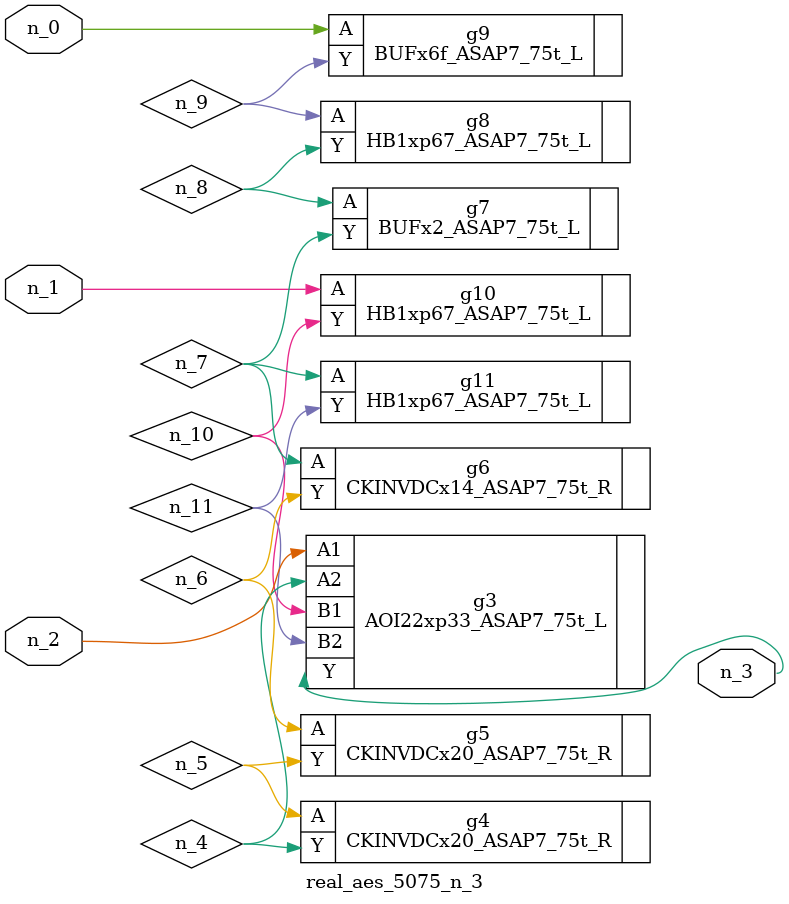
<source format=v>
module real_aes_5075_n_3 (n_0, n_2, n_1, n_3);
input n_0;
input n_2;
input n_1;
output n_3;
wire n_4;
wire n_5;
wire n_7;
wire n_8;
wire n_6;
wire n_9;
wire n_10;
wire n_11;
BUFx6f_ASAP7_75t_L g9 ( .A(n_0), .Y(n_9) );
HB1xp67_ASAP7_75t_L g10 ( .A(n_1), .Y(n_10) );
AOI22xp33_ASAP7_75t_L g3 ( .A1(n_2), .A2(n_4), .B1(n_10), .B2(n_11), .Y(n_3) );
CKINVDCx20_ASAP7_75t_R g4 ( .A(n_5), .Y(n_4) );
CKINVDCx20_ASAP7_75t_R g5 ( .A(n_6), .Y(n_5) );
CKINVDCx14_ASAP7_75t_R g6 ( .A(n_7), .Y(n_6) );
HB1xp67_ASAP7_75t_L g11 ( .A(n_7), .Y(n_11) );
BUFx2_ASAP7_75t_L g7 ( .A(n_8), .Y(n_7) );
HB1xp67_ASAP7_75t_L g8 ( .A(n_9), .Y(n_8) );
endmodule
</source>
